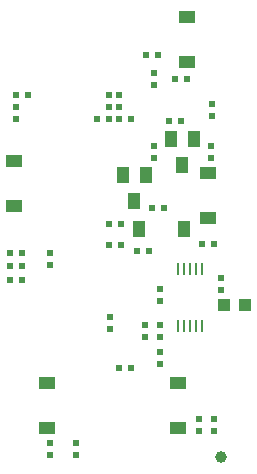
<source format=gbr>
%TF.GenerationSoftware,KiCad,Pcbnew,7.0.9-7.0.9~ubuntu22.04.1*%
%TF.CreationDate,2025-06-23T15:00:47+03:00*%
%TF.ProjectId,ESP32-C6-DevKit-Lipo_Rev_A,45535033-322d-4433-962d-4465764b6974,A*%
%TF.SameCoordinates,PX791ddc0PY791ddc0*%
%TF.FileFunction,Paste,Bot*%
%TF.FilePolarity,Positive*%
%FSLAX46Y46*%
G04 Gerber Fmt 4.6, Leading zero omitted, Abs format (unit mm)*
G04 Created by KiCad (PCBNEW 7.0.9-7.0.9~ubuntu22.04.1) date 2025-06-23 15:00:47*
%MOMM*%
%LPD*%
G01*
G04 APERTURE LIST*
%ADD10R,0.500000X0.550000*%
%ADD11R,1.000000X1.400000*%
%ADD12R,0.550000X0.500000*%
%ADD13R,1.400000X1.000000*%
%ADD14C,1.000000*%
%ADD15R,0.230000X0.980000*%
%ADD16R,1.016000X1.016000*%
G04 APERTURE END LIST*
D10*
%TO.C,C5*%
X12827000Y30226000D03*
X13843000Y30226000D03*
%TD*%
D11*
%TO.C,Q1*%
X13147040Y25491440D03*
X15049500Y25491440D03*
X14094460Y23281640D03*
%TD*%
D12*
%TO.C,R17*%
X16256000Y10541000D03*
X16256000Y9525000D03*
%TD*%
%TO.C,R27*%
X6985000Y2794000D03*
X6985000Y1778000D03*
%TD*%
D10*
%TO.C,R22*%
X18034000Y30099000D03*
X17018000Y30099000D03*
%TD*%
D13*
%TO.C,D5*%
X18542000Y38857000D03*
X18542000Y35057000D03*
%TD*%
D10*
%TO.C,C6*%
X11938000Y30226000D03*
X10922000Y30226000D03*
%TD*%
D13*
%TO.C,D2*%
X17780000Y4069000D03*
X17780000Y7869000D03*
%TD*%
D10*
%TO.C,R3*%
X4572000Y16637000D03*
X3556000Y16637000D03*
%TD*%
D12*
%TO.C,R23*%
X16256000Y15875000D03*
X16256000Y14859000D03*
%TD*%
%TO.C,R26*%
X9144000Y1778000D03*
X9144000Y2794000D03*
%TD*%
D13*
%TO.C,D7*%
X20320000Y25649000D03*
X20320000Y21849000D03*
%TD*%
D12*
%TO.C,C9*%
X16256000Y11811000D03*
X16256000Y12827000D03*
%TD*%
%TO.C,R16*%
X12065000Y12446000D03*
X12065000Y13462000D03*
%TD*%
D10*
%TO.C,C4*%
X4572000Y18923000D03*
X3556000Y18923000D03*
%TD*%
D13*
%TO.C,D3*%
X6731000Y4069000D03*
X6731000Y7869000D03*
%TD*%
D12*
%TO.C,R15*%
X14986000Y11811000D03*
X14986000Y12827000D03*
%TD*%
D14*
%TO.C,FID6*%
X21463000Y1651000D03*
%TD*%
D10*
%TO.C,R19*%
X16637000Y22733000D03*
X15621000Y22733000D03*
%TD*%
%TO.C,R5*%
X4064000Y32258000D03*
X5080000Y32258000D03*
%TD*%
D12*
%TO.C,R18*%
X21463000Y15748000D03*
X21463000Y16764000D03*
%TD*%
D11*
%TO.C,D4*%
X18283000Y20955000D03*
X14483000Y20955000D03*
%TD*%
D15*
%TO.C,U4*%
X19796000Y12713000D03*
X19296000Y12713000D03*
X18796000Y12713000D03*
X18296000Y12713000D03*
X17796000Y12713000D03*
X17796000Y17513000D03*
X18296000Y17513000D03*
X18796000Y17513000D03*
X19296000Y17513000D03*
X19796000Y17513000D03*
%TD*%
D12*
%TO.C,R25*%
X19558000Y3810000D03*
X19558000Y4826000D03*
%TD*%
D10*
%TO.C,R20*%
X15367000Y19050000D03*
X14351000Y19050000D03*
%TD*%
%TO.C,C12*%
X19812000Y19685000D03*
X20828000Y19685000D03*
%TD*%
%TO.C,R7*%
X12954000Y21336000D03*
X11938000Y21336000D03*
%TD*%
D11*
%TO.C,Q2*%
X17211040Y28539440D03*
X19113500Y28539440D03*
X18158460Y26329640D03*
%TD*%
D12*
%TO.C,R11*%
X15748000Y33147000D03*
X15748000Y34163000D03*
%TD*%
D10*
%TO.C,R4*%
X12827000Y9144000D03*
X13843000Y9144000D03*
%TD*%
D12*
%TO.C,R12*%
X6985000Y17907000D03*
X6985000Y18923000D03*
%TD*%
%TO.C,R21*%
X20701000Y31496000D03*
X20701000Y30480000D03*
%TD*%
D13*
%TO.C,D6*%
X3937000Y22865000D03*
X3937000Y26665000D03*
%TD*%
D12*
%TO.C,R24*%
X20828000Y3810000D03*
X20828000Y4826000D03*
%TD*%
D10*
%TO.C,R8*%
X12954000Y19558000D03*
X11938000Y19558000D03*
%TD*%
D12*
%TO.C,R30*%
X20574000Y27940000D03*
X20574000Y26924000D03*
%TD*%
%TO.C,R28*%
X15748000Y26924000D03*
X15748000Y27940000D03*
%TD*%
%TO.C,R13*%
X11938000Y31242000D03*
X11938000Y32258000D03*
%TD*%
D10*
%TO.C,R9*%
X16129000Y35687000D03*
X15113000Y35687000D03*
%TD*%
D12*
%TO.C,R1*%
X4064000Y30226000D03*
X4064000Y31242000D03*
%TD*%
D10*
%TO.C,R6*%
X3556000Y17780000D03*
X4572000Y17780000D03*
%TD*%
%TO.C,R10*%
X18542000Y33655000D03*
X17526000Y33655000D03*
%TD*%
D16*
%TO.C,C11*%
X21717000Y14478000D03*
X23495000Y14478000D03*
%TD*%
D12*
%TO.C,R14*%
X12827000Y32258000D03*
X12827000Y31242000D03*
%TD*%
M02*

</source>
